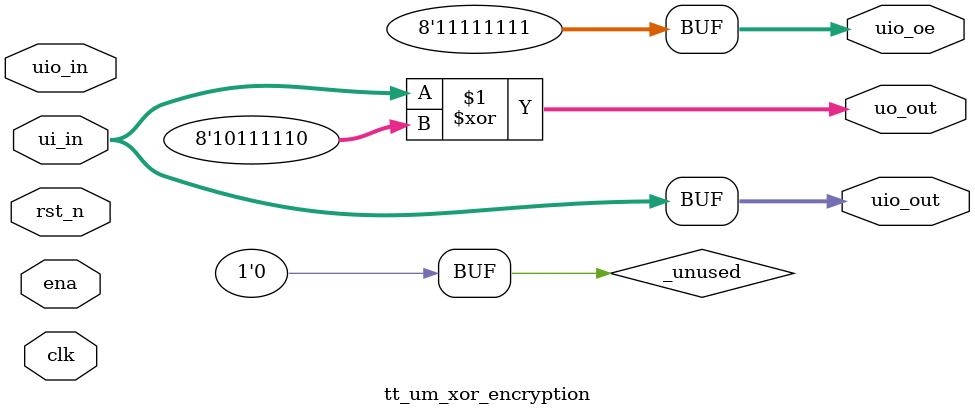
<source format=v>
/*  
 * Copyright (c) 2024 Your Name  
 * SPDX-License-Identifier: Apache-2.0  
 */  

`default_nettype none  

module tt_um_xor_encryption (  
    input  wire [7:0] ui_in,    // Dedicated inputs  
    output wire [7:0] uo_out,   // Dedicated outputs  
    input  wire [7:0] uio_in,    // IOs: Input path  
    output wire [7:0] uio_out,   // IOs: Output path  
    output wire [7:0] uio_oe,    // IOs: Enable path (active high: 0=input, 1=output)  
    input  wire       ena,       // always 1 when the design is powered, so you can ignore it  
    input  wire       clk,       // clock  
    input  wire       rst_n      // reset_n - low to reset  
);  

  // define xor byte
  localparam [7:0] KEY = 8'hBE;
  // localparam [7:0] KEY_HIGH = 8'hCA;

  // XOR Logic
  assign uo_out  = ui_in ^ KEY; // Xor with ui_in
  assign uio_out = ui_in;
  assign uio_oe  = 8'b11111111; // enable all uio

  // List all unused inputs to prevent warnings
  wire _unused = &{ena, clk, rst_n, 1'b0};

endmodule

</source>
